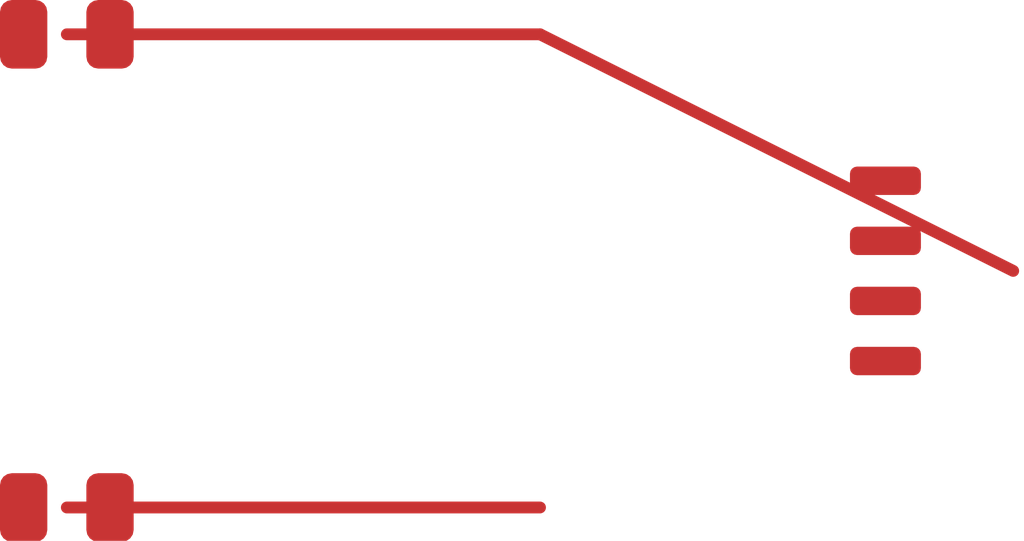
<source format=kicad_pcb>
(kicad_pcb (version 20230121) (generator "test")
  (title_block (title "Sample Board") (rev "1.0") (date "2025-01-01"))
  (layers (0 "F.Cu" signal) (31 "B.Cu" signal) (34 "B.Paste" user) (35 "F.Paste" user) (36 "B.SilkS" user "B.Silkscreen") (37 "F.SilkS" user "F.Silkscreen") (38 "B.Mask" user) (39 "F.Mask" user) (44 "Edge.Cuts" user))
  (net 0 "")
  (net 1 "VCC")
  (net 2 "GND")
  (net 3 "SDA")
  (net 4 "SCL")
  (footprint "Resistor_SMD:R_0805_2012Metric" (layer "F.Cu") (at 100 50)
    (property "Reference" "R1")
    (property "Value" "10k")
    (pad "1" smd roundrect (at -0.9125 0) (size 1 1.45) (layers "F.Cu" "F.Paste" "F.Mask") (net 1 "VCC"))
    (pad "2" smd roundrect (at 0.9125 0) (size 1 1.45) (layers "F.Cu" "F.Paste" "F.Mask") (net 3 "SDA"))
  )
  (footprint "Resistor_SMD:R_0805_2012Metric" (layer "F.Cu") (at 100 60)
    (property "Reference" "R2")
    (property "Value" "4.7k")
    (pad "1" smd roundrect (at -0.9125 0) (size 1 1.45) (layers "F.Cu" "F.Paste" "F.Mask") (net 1 "VCC"))
    (pad "2" smd roundrect (at 0.9125 0) (size 1 1.45) (layers "F.Cu" "F.Paste" "F.Mask") (net 4 "SCL"))
  )
  (footprint "Package_SO:SOIC-8_3.9x4.9mm_P1.27mm" (layer "F.Cu") (at 120 55)
    (property "Reference" "U1")
    (property "Value" "ATtiny85")
    (pad "1" smd roundrect (at -2.7 -1.905) (size 1.5 0.6) (layers "F.Cu" "F.Paste" "F.Mask") (net 1 "VCC"))
    (pad "2" smd roundrect (at -2.7 -0.635) (size 1.5 0.6) (layers "F.Cu" "F.Paste" "F.Mask") (net 3 "SDA"))
    (pad "3" smd roundrect (at -2.7 0.635) (size 1.5 0.6) (layers "F.Cu" "F.Paste" "F.Mask") (net 4 "SCL"))
    (pad "4" smd roundrect (at -2.7 1.905) (size 1.5 0.6) (layers "F.Cu" "F.Paste" "F.Mask") (net 2 "GND"))
  )
  (segment (start 100 50) (end 110 50) (width 0.25) (layer "F.Cu") (net 1))
  (segment (start 110 50) (end 120 55) (width 0.25) (layer "F.Cu") (net 1))
  (segment (start 100 60) (end 110 60) (width 0.25) (layer "F.Cu") (net 4))
)
</source>
